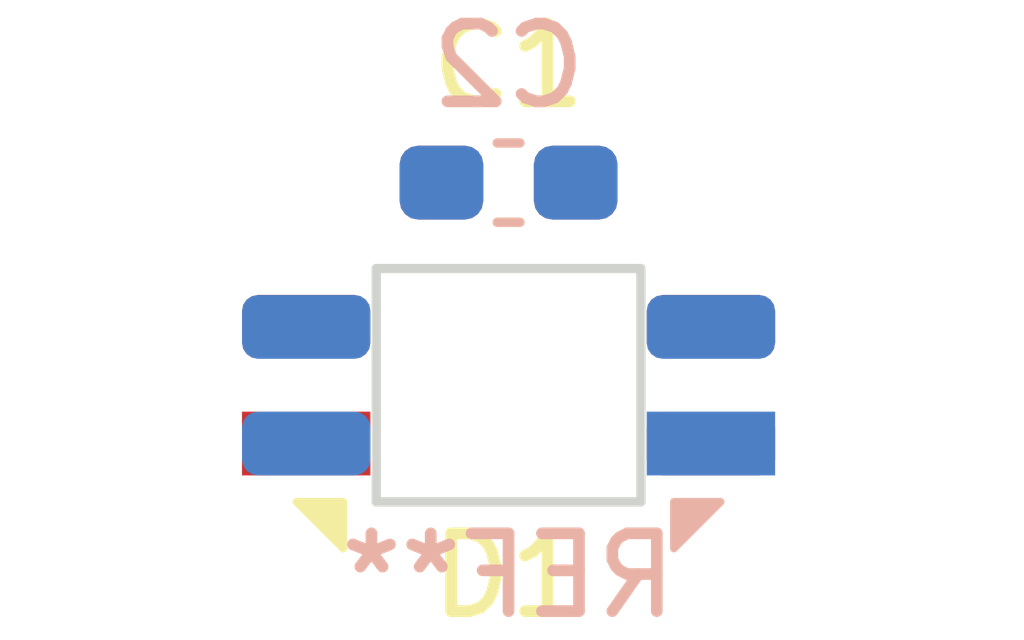
<source format=kicad_pcb>
(kicad_pcb (version 20240108) (generator "pcbnew") (generator_version "8.0")
  (layers (0 "F.Cu" signal) (31 "B.Cu" signal) (34 "B.Paste" user) (35 "F.Paste" user) (36 "B.SilkS" user "B.Silkscreen") (37 "F.SilkS" user "F.Silkscreen") (38 "B.Mask" user) (39 "F.Mask" user) (44 "Edge.Cuts" user))
  (net 0 "")
  (net 1 "GND")
  (net 2 "VSYS")
  (net 3 "/DIN")
  (net 4 "/DOUT")
  (footprint "Extra:SK6812-MINI-E_ReverseMount_reversible" (layer "F.Cu") (at 67.1 43.505)
    (property "Reference" "D1" (at 0 2.45 0) (layer "F.SilkS"))
    (property "Value" "~" (hide yes))
    (fp_poly (pts (xy 2.725 1.5) (xy 2.125 1.5) (xy 2.125 2.1)) (stroke (width 0.1)) (fill solid) (layer "B.SilkS"))
    (fp_poly (pts (xy -2.725 1.5) (xy -2.125 1.5) (xy -2.125 2.1)) (stroke (width 0.1)) (fill solid) (layer "F.SilkS"))
    (fp_line (start -1.7 -1.5) (end 1.7 -1.5) (stroke (width 0.12)) (layer "Edge.Cuts"))
    (fp_line (start -1.7 1.5) (end -1.7 -1.5) (stroke (width 0.12)) (layer "Edge.Cuts"))
    (fp_line (start 1.7 -1.5) (end 1.7 1.5) (stroke (width 0.12)) (layer "Edge.Cuts"))
    (fp_line (start 1.7 1.5) (end -1.7 1.5) (stroke (width 0.12)) (layer "Edge.Cuts"))
    (fp_text user "REF**" (at 0 2.45 0) (layer "B.SilkS") (effects (justify mirror)))
    (pad "1" smd rect (at -2.6 0.75) (size 1.65 0.82) (layers "F.Cu" "F.Paste" "F.Mask") (net 1 "GND"))
    (pad "1" smd rect (at 2.6 0.75) (size 1.65 0.82) (layers "B.Cu" "B.Paste" "B.Mask") (net 1 "GND"))
    (pad "2" smd roundrect (at -2.6 -0.75) (size 1.65 0.82) (layers "F.Cu" "F.Paste" "F.Mask") (net 3 "/DIN"))
    (pad "2" smd roundrect (at 2.6 -0.75) (size 1.65 0.82) (layers "B.Cu" "B.Paste" "B.Mask") (net 3 "/DIN"))
    (pad "3" smd roundrect (at -2.6 -0.75) (size 1.65 0.82) (layers "B.Cu" "B.Paste" "B.Mask") (net 2 "VSYS"))
    (pad "3" smd roundrect (at 2.6 -0.75) (size 1.65 0.82) (layers "F.Cu" "F.Paste" "F.Mask") (net 2 "VSYS"))
    (pad "4" smd roundrect (at -2.6 0.75) (size 1.65 0.82) (layers "B.Cu" "B.Paste" "B.Mask") (net 4 "/DOUT"))
    (pad "4" smd roundrect (at 2.6 0.75) (size 1.65 0.82) (layers "F.Cu" "F.Paste" "F.Mask") (net 4 "/DOUT"))
  )
  (footprint "Capacitor_SMD:C_0603_1608Metric_Pad1.08x0.95mm_HandSolder" (layer "F.Cu") (at 67.1 40.9 180)
    (property "Reference" "C1" (at 0 1.5 360) (layer "F.SilkS"))
    (property "Value" "100nF")
    (fp_line (start -0.146267 0.51) (end 0.146267 0.51) (stroke (width 0.12)) (layer "F.SilkS"))
    (fp_line (start -0.146267 -0.51) (end 0.146267 -0.51) (stroke (width 0.12)) (layer "F.SilkS"))
    (pad "1" smd roundrect (at -0.8625 0 180) (size 1.075 0.95) (layers "F.Cu" "F.Paste" "F.Mask") (net 2 "VSYS"))
    (pad "2" smd roundrect (at 0.8625 0 180) (size 1.075 0.95) (layers "F.Cu" "F.Paste" "F.Mask") (net 1 "GND"))
  )
  (footprint "Capacitor_SMD:C_0603_1608Metric_Pad1.08x0.95mm_HandSolder" (layer "B.Cu") (at 67.1 40.9)
    (property "Reference" "C2" (at 0 -1.5 360) (layer "B.SilkS") (effects (justify mirror)))
    (property "Value" "100nF")
    (fp_line (start 0.146267 -0.51) (end -0.146267 -0.51) (stroke (width 0.12)) (layer "B.SilkS"))
    (fp_line (start 0.146267 0.51) (end -0.146267 0.51) (stroke (width 0.12)) (layer "B.SilkS"))
    (pad "1" smd roundrect (at -0.8625 0) (size 1.075 0.95) (layers "B.Cu" "B.Paste" "B.Mask") (net 2 "VSYS"))
    (pad "2" smd roundrect (at 0.8625 0) (size 1.075 0.95) (layers "B.Cu" "B.Paste" "B.Mask") (net 1 "GND"))
  )
)
</source>
